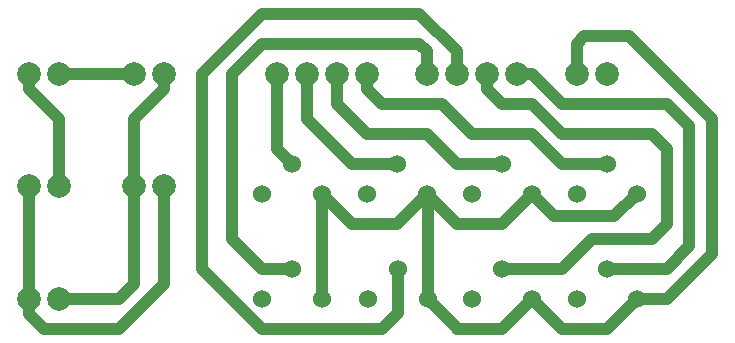
<source format=gbr>
G04 #@! TF.GenerationSoftware,KiCad,Pcbnew,(6.0.10)*
G04 #@! TF.CreationDate,2025-01-19T12:07:14+09:00*
G04 #@! TF.ProjectId,LINE__V2,4c494e45-fae4-4563-922e-6b696361645f,rev?*
G04 #@! TF.SameCoordinates,Original*
G04 #@! TF.FileFunction,Copper,L1,Top*
G04 #@! TF.FilePolarity,Positive*
%FSLAX46Y46*%
G04 Gerber Fmt 4.6, Leading zero omitted, Abs format (unit mm)*
G04 Created by KiCad (PCBNEW (6.0.10)) date 2025-01-19 12:07:14*
%MOMM*%
%LPD*%
G01*
G04 APERTURE LIST*
G04 #@! TA.AperFunction,ComponentPad*
%ADD10C,2.000000*%
G04 #@! TD*
G04 #@! TA.AperFunction,ComponentPad*
%ADD11C,1.524000*%
G04 #@! TD*
G04 #@! TA.AperFunction,Conductor*
%ADD12C,1.000000*%
G04 #@! TD*
G04 APERTURE END LIST*
D10*
X-25400000Y-6350000D03*
X-22860000Y-6350000D03*
D11*
X26035000Y-25400000D03*
X23495000Y-22860000D03*
X20955000Y-25400000D03*
D10*
X-25400000Y-15875000D03*
X-22860000Y-15875000D03*
D11*
X8345255Y-25400000D03*
X5805255Y-22860000D03*
X3265255Y-25400000D03*
X-635000Y-16510001D03*
X-3175000Y-13970001D03*
X-5715000Y-16510001D03*
X26035000Y-16510001D03*
X23495000Y-13970001D03*
X20955000Y-16510001D03*
D10*
X-4445000Y-6350001D03*
X-1905000Y-6350001D03*
X635000Y-6350001D03*
X3175000Y-6350001D03*
D11*
X8255000Y-16510001D03*
X5715000Y-13970001D03*
X3175000Y-16510001D03*
D10*
X8255000Y-6350001D03*
X10795000Y-6350001D03*
X13335000Y-6350001D03*
X15875000Y-6350001D03*
D11*
X-635000Y-25400001D03*
X-3175000Y-22860001D03*
X-5715000Y-25400001D03*
D10*
X-16510000Y-15875000D03*
X-13970000Y-15875000D03*
X20955000Y-6350001D03*
X23495000Y-6350001D03*
X-25400000Y-25400000D03*
X-22860000Y-25400000D03*
X-16510000Y-6350000D03*
X-13970000Y-6350000D03*
D11*
X17145000Y-25400000D03*
X14605000Y-22860000D03*
X12065000Y-25400000D03*
X17145000Y-16510000D03*
X14605000Y-13970000D03*
X12065000Y-16510000D03*
D12*
X-4445000Y-12700001D02*
X-3175000Y-13970001D01*
X-4445000Y-6350001D02*
X-4445000Y-12700001D01*
X1905000Y-13970001D02*
X-1905000Y-10160001D01*
X5715000Y-13970001D02*
X1905000Y-13970001D01*
X-1905000Y-10160001D02*
X-1905000Y-6350001D01*
X10795000Y-13970001D02*
X14605000Y-13970000D01*
X3175000Y-11430001D02*
X8255000Y-11430001D01*
X635000Y-8890001D02*
X3175000Y-11430001D01*
X8255000Y-11430001D02*
X10795000Y-13970001D01*
X635000Y-6350001D02*
X635000Y-8890001D01*
X9525000Y-8890001D02*
X12065000Y-11430001D01*
X17145000Y-11430001D02*
X19685000Y-13970001D01*
X3175000Y-7620001D02*
X4445000Y-8890001D01*
X12065000Y-11430001D02*
X17145000Y-11430001D01*
X3175000Y-6350001D02*
X3175000Y-7620001D01*
X19685000Y-13970001D02*
X23495000Y-13970001D01*
X4445000Y-8890001D02*
X9525000Y-8890001D01*
X-635000Y-16510001D02*
X-635000Y-25400001D01*
X28575000Y-25400000D02*
X32385000Y-21590000D01*
X17145000Y-25400000D02*
X19685000Y-27940001D01*
X8345255Y-16600256D02*
X8255000Y-16510001D01*
X32385000Y-21590000D02*
X32385000Y-10160000D01*
X24130000Y-18415001D02*
X19050001Y-18415001D01*
X26035000Y-16510001D02*
X24130000Y-18415001D01*
X10795000Y-27940001D02*
X14604999Y-27940001D01*
X25400000Y-3175000D02*
X21590000Y-3175000D01*
X8345255Y-25400000D02*
X10795000Y-27849745D01*
X14604999Y-19050001D02*
X17145000Y-16510000D01*
X20955000Y-3810000D02*
X20955000Y-6350001D01*
X32385000Y-10160000D02*
X25400000Y-3175000D01*
X19685000Y-27940001D02*
X23494999Y-27940001D01*
X10795000Y-27849745D02*
X10795000Y-27940001D01*
X19050001Y-18415001D02*
X17145000Y-16510000D01*
X1905000Y-19050001D02*
X5715000Y-19050001D01*
X8345255Y-25400000D02*
X8345255Y-16600256D01*
X26035000Y-25400000D02*
X28575000Y-25400000D01*
X10795000Y-19050001D02*
X14604999Y-19050001D01*
X21590000Y-3175000D02*
X20955000Y-3810000D01*
X5715000Y-19050001D02*
X8255000Y-16510001D01*
X8255000Y-16510001D02*
X10795000Y-19050001D01*
X14604999Y-27940001D02*
X17145000Y-25400000D01*
X-635000Y-16510001D02*
X1905000Y-19050001D01*
X23494999Y-27940001D02*
X26035000Y-25400000D01*
X8255000Y-4445000D02*
X7620000Y-3810000D01*
X8255000Y-6350001D02*
X8255000Y-4445000D01*
X-5715000Y-22860001D02*
X-3175000Y-22860001D01*
X-5715000Y-3810001D02*
X-8255000Y-6350001D01*
X-8255000Y-20320001D02*
X-5715000Y-22860001D01*
X7620000Y-3810000D02*
X-5715000Y-3810001D01*
X-8255000Y-6350001D02*
X-8255000Y-20320001D01*
X-5715000Y-27940001D02*
X4445000Y-27940001D01*
X-10795000Y-6350001D02*
X-10795000Y-22860001D01*
X-5715000Y-1270001D02*
X-10795000Y-6350001D01*
X10795000Y-6350001D02*
X10795000Y-4445000D01*
X-10795000Y-22860001D02*
X-5715000Y-27940001D01*
X5805255Y-26579746D02*
X5805255Y-22860000D01*
X10795000Y-4445000D02*
X7620000Y-1270000D01*
X7620000Y-1270000D02*
X-5715000Y-1270001D01*
X4445000Y-27940001D02*
X5805255Y-26579746D01*
X22225000Y-20320001D02*
X27305000Y-20320001D01*
X28575000Y-12700001D02*
X27305000Y-11430001D01*
X17145000Y-8890000D02*
X14605000Y-8890001D01*
X27305000Y-20320001D02*
X28575000Y-19050001D01*
X13335000Y-7620001D02*
X13335000Y-6350001D01*
X14605000Y-22860000D02*
X19685001Y-22860000D01*
X27305000Y-11430001D02*
X19685001Y-11430001D01*
X19685001Y-22860000D02*
X22225000Y-20320001D01*
X19685001Y-11430001D02*
X17145000Y-8890000D01*
X14605000Y-8890001D02*
X13335000Y-7620001D01*
X28575000Y-19050001D02*
X28575000Y-12700001D01*
X17145000Y-6350000D02*
X15875000Y-6350001D01*
X28575000Y-22860000D02*
X30480000Y-20955000D01*
X28575000Y-8890001D02*
X19685001Y-8890001D01*
X30480000Y-20955000D02*
X30480000Y-10795001D01*
X23495000Y-22860000D02*
X28575000Y-22860000D01*
X19685001Y-8890001D02*
X17145000Y-6350000D01*
X30480000Y-10795001D02*
X28575000Y-8890001D01*
X-16510000Y-10160000D02*
X-16510000Y-15875000D01*
X-16510000Y-24130000D02*
X-17780000Y-25400000D01*
X-16510000Y-15875000D02*
X-16510000Y-24130000D01*
X-13970000Y-6350000D02*
X-13970000Y-7620000D01*
X-17780000Y-25400000D02*
X-22860000Y-25400000D01*
X-13970000Y-7620000D02*
X-16510000Y-10160000D01*
X-25400000Y-15875000D02*
X-25400000Y-25400000D01*
X-25400000Y-26670000D02*
X-24130000Y-27940000D01*
X-17780000Y-27940000D02*
X-13970000Y-24130000D01*
X-13970000Y-24130000D02*
X-13970000Y-15875000D01*
X-25400000Y-25400000D02*
X-25400000Y-26670000D01*
X-24130000Y-27940000D02*
X-17780000Y-27940000D01*
X-25400000Y-6350000D02*
X-25400000Y-7620000D01*
X-25400000Y-7620000D02*
X-22860000Y-10160000D01*
X-22860000Y-10160000D02*
X-22860000Y-15875000D01*
X-22860000Y-6350000D02*
X-16510000Y-6350000D01*
M02*

</source>
